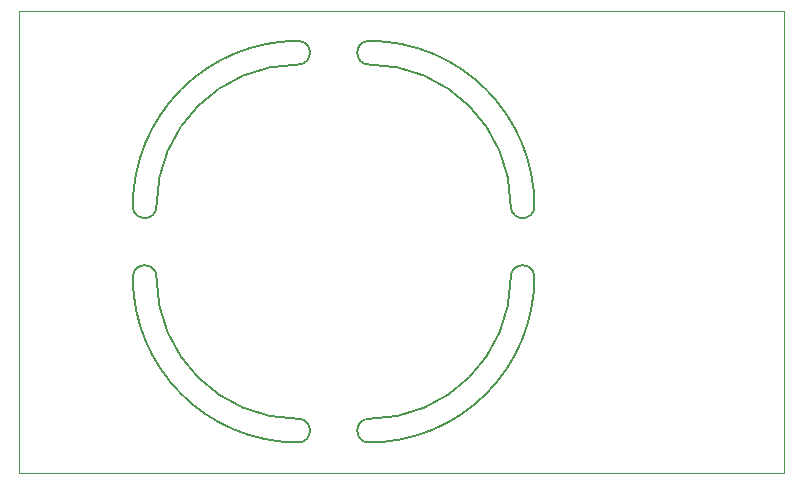
<source format=gbr>
%TF.GenerationSoftware,KiCad,Pcbnew,8.0.5*%
%TF.CreationDate,2024-12-28T23:53:34+01:00*%
%TF.ProjectId,LM399_voltage_reference,4c4d3339-395f-4766-9f6c-746167655f72,rev?*%
%TF.SameCoordinates,Original*%
%TF.FileFunction,Profile,NP*%
%FSLAX46Y46*%
G04 Gerber Fmt 4.6, Leading zero omitted, Abs format (unit mm)*
G04 Created by KiCad (PCBNEW 8.0.5) date 2024-12-28 23:53:34*
%MOMM*%
%LPD*%
G01*
G04 APERTURE LIST*
%TA.AperFunction,Profile*%
%ADD10C,0.200000*%
%TD*%
%TA.AperFunction,Profile*%
%ADD11C,0.050000*%
%TD*%
G04 APERTURE END LIST*
D10*
X197000000Y-115000000D02*
G75*
G02*
X185000000Y-103000000I0J12000000D01*
G01*
X203000000Y-85000000D02*
G75*
G02*
X203000000Y-83000000I0J1000000D01*
G01*
X203000000Y-117000000D02*
G75*
G02*
X203000000Y-115000000I0J1000000D01*
G01*
X217000000Y-97000000D02*
G75*
G02*
X215000000Y-97000000I-1000000J0D01*
G01*
X185000000Y-97000000D02*
G75*
G02*
X183000000Y-97000000I-1000000J0D01*
G01*
X183000000Y-103000000D02*
G75*
G02*
X185000000Y-103000000I1000000J0D01*
G01*
X197000000Y-83000000D02*
G75*
G02*
X197000000Y-85000000I0J-1000000D01*
G01*
X217000000Y-103000000D02*
G75*
G02*
X203000000Y-117000000I-14000000J0D01*
G01*
D11*
X173400000Y-80500000D02*
X238100000Y-80500000D01*
X238100000Y-119600000D01*
X173400000Y-119600000D01*
X173400000Y-80500000D01*
D10*
X197000000Y-117000000D02*
G75*
G02*
X183000000Y-103000000I0J14000000D01*
G01*
X197000000Y-115000000D02*
G75*
G02*
X197000000Y-117000000I0J-1000000D01*
G01*
X185000000Y-97000000D02*
G75*
G02*
X197000000Y-85000000I12000000J0D01*
G01*
X215000000Y-103000000D02*
G75*
G02*
X217000000Y-103000000I1000000J0D01*
G01*
X203000000Y-83000000D02*
G75*
G02*
X217000000Y-97000000I0J-14000000D01*
G01*
X203000000Y-85000000D02*
G75*
G02*
X215000000Y-97000000I0J-12000000D01*
G01*
X183000000Y-97000000D02*
G75*
G02*
X197000000Y-83000000I14000000J0D01*
G01*
X215000000Y-103000000D02*
G75*
G02*
X203000000Y-115000000I-12000000J0D01*
G01*
M02*

</source>
